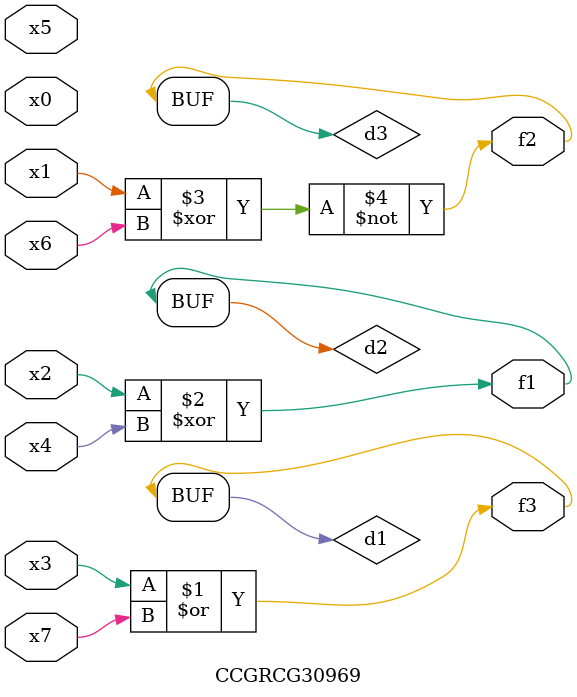
<source format=v>
module CCGRCG30969(
	input x0, x1, x2, x3, x4, x5, x6, x7,
	output f1, f2, f3
);

	wire d1, d2, d3;

	or (d1, x3, x7);
	xor (d2, x2, x4);
	xnor (d3, x1, x6);
	assign f1 = d2;
	assign f2 = d3;
	assign f3 = d1;
endmodule

</source>
